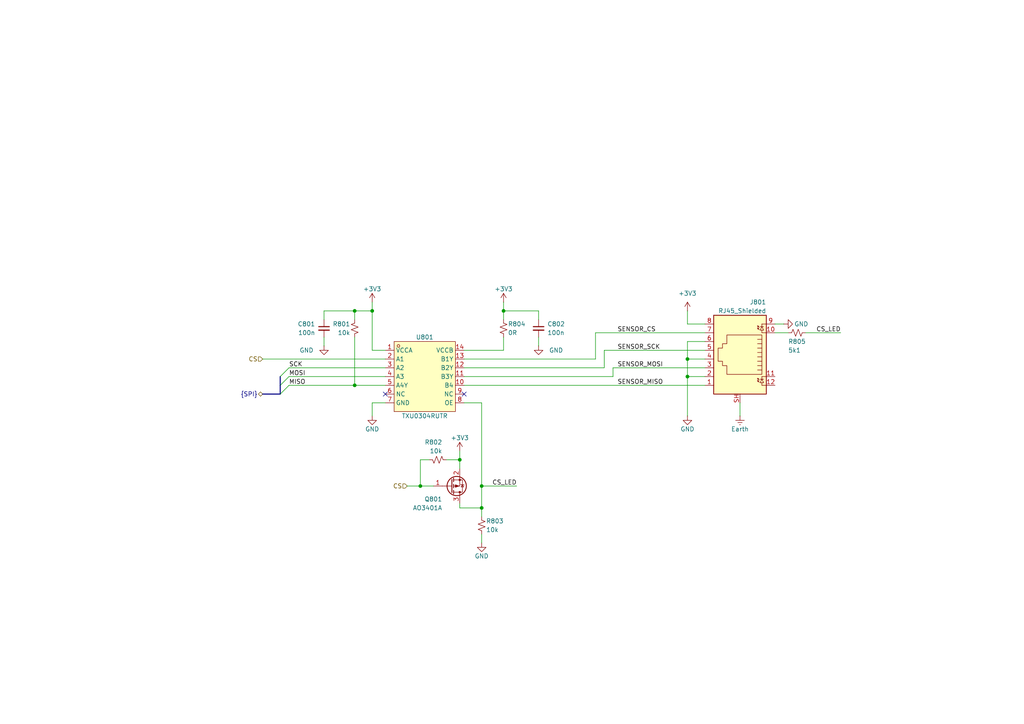
<source format=kicad_sch>
(kicad_sch (version 20250114) (generator "eeschema") (generator_version "9.0")
  (paper "A4")
  (lib_symbols
    (symbol "Connector:RJ45_LED_Shielded" (pin_names (offset 1.016))
      (property "Reference" "J" (at -5.08 13.97 0))
      (property "Value" "RJ45_LED_Shielded" (at 1.27 13.97 0))
      (symbol "RJ45_LED_Shielded_0_1"
        (polyline (pts (xy -7.62 10.16) (xy -6.35 10.16)))
        (polyline (pts (xy -7.62 7.62) (xy -6.35 7.62)))
        (polyline (pts (xy -7.62 -5.08) (xy -6.35 -5.08)))
        (polyline (pts (xy -7.62 -7.62) (xy -6.35 -7.62)))
        (polyline (pts (xy -6.858 9.398) (xy -5.842 9.398)))
        (polyline (pts (xy -6.858 -5.842) (xy -5.842 -5.842)))
        (polyline (pts (xy -6.35 10.16) (xy -6.35 9.398)))
        (polyline (pts (xy -6.35 9.398) (xy -6.858 8.382) (xy -5.842 8.382) (xy -6.35 9.398)))
        (polyline (pts (xy -6.35 7.62) (xy -6.35 8.382)))
        (polyline (pts (xy -6.35 1.905) (xy -5.08 1.905) (xy -5.08 1.905)))
        (polyline (pts (xy -6.35 0.635) (xy -5.08 0.635) (xy -5.08 0.635)))
        (polyline (pts (xy -6.35 -0.635) (xy -5.08 -0.635) (xy -5.08 -0.635)))
        (polyline (pts (xy -6.35 -1.905) (xy -5.08 -1.905) (xy -5.08 -1.905)))
        (polyline (pts (xy -6.35 -3.175) (xy -5.08 -3.175) (xy -5.08 -3.175)))
        (polyline (pts (xy -6.35 -4.445) (xy -6.35 6.985) (xy 3.81 6.985) (xy 3.81 4.445) (xy 5.08 4.445) (xy 5.08 3.175) (xy 6.35 3.175) (xy 6.35 -0.635) (xy 5.08 -0.635) (xy 5.08 -1.905) (xy 3.81 -1.905) (xy 3.81 -4.445) (xy -6.35 -4.445) (xy -6.35 -4.445)))
        (polyline (pts (xy -6.35 -5.08) (xy -6.35 -5.842)))
        (polyline (pts (xy -6.35 -5.842) (xy -6.858 -6.858) (xy -5.842 -6.858) (xy -6.35 -5.842)))
        (polyline (pts (xy -6.35 -7.62) (xy -6.35 -6.858)))
        (polyline (pts (xy -5.588 9.144) (xy -5.08 9.652) (xy -5.461 9.525)))
        (polyline (pts (xy -5.588 8.509) (xy -5.08 9.017) (xy -5.461 8.89)))
        (polyline (pts (xy -5.588 -6.096) (xy -5.08 -5.588) (xy -5.461 -5.715)))
        (polyline (pts (xy -5.588 -6.731) (xy -5.08 -6.223) (xy -5.461 -6.35)))
        (polyline (pts (xy -5.08 9.652) (xy -5.207 9.271)))
        (polyline (pts (xy -5.08 9.017) (xy -5.207 8.636)))
        (polyline (pts (xy -5.08 5.715) (xy -6.35 5.715)))
        (polyline (pts (xy -5.08 4.445) (xy -6.35 4.445)))
        (polyline (pts (xy -5.08 3.175) (xy -6.35 3.175) (xy -6.35 3.175)))
        (polyline (pts (xy -5.08 -5.588) (xy -5.207 -5.969)))
        (polyline (pts (xy -5.08 -6.223) (xy -5.207 -6.604)))
        (rectangle (start 7.62 12.7) (end -7.62 -10.16) (stroke (width 0.254)) (fill (type background)))
      )
      (symbol "RJ45_LED_Shielded_1_1"
        (pin passive line (at -10.16 10.16 0) (length 2.54) (name "~") (number "9"))
        (pin passive line (at -10.16 7.62 0) (length 2.54) (name "~") (number "10"))
        (pin passive line (at -10.16 -5.08 0) (length 2.54) (name "~") (number "11"))
        (pin passive line (at -10.16 -7.62 0) (length 2.54) (name "~") (number "12"))
        (pin passive line (at 0 -12.7 90) (length 2.54) (name "~") (number "SH"))
        (pin passive line (at 10.16 10.16 180) (length 2.54) (name "~") (number "8"))
        (pin passive line (at 10.16 7.62 180) (length 2.54) (name "~") (number "7"))
        (pin passive line (at 10.16 5.08 180) (length 2.54) (name "~") (number "6"))
        (pin passive line (at 10.16 2.54 180) (length 2.54) (name "~") (number "5"))
        (pin passive line (at 10.16 0 180) (length 2.54) (name "~") (number "4"))
        (pin passive line (at 10.16 -2.54 180) (length 2.54) (name "~") (number "3"))
        (pin passive line (at 10.16 -5.08 180) (length 2.54) (name "~") (number "2"))
        (pin passive line (at 10.16 -7.62 180) (length 2.54) (name "~") (number "1"))
      )
    )
    (symbol "Device:C_Small" (pin_numbers (hide yes)) (pin_names (offset 0.254) (hide yes))
      (property "Reference" "C" (at 0.254 1.778 0))
      (property "Value" "C_Small" (at 0.254 -2.032 0))
      (symbol "C_Small_0_1"
        (polyline (pts (xy -1.524 0.508) (xy 1.524 0.508)) (stroke (width 0.3048)))
        (polyline (pts (xy -1.524 -0.508) (xy 1.524 -0.508)) (stroke (width 0.3302)))
      )
      (symbol "C_Small_1_1"
        (pin passive line (at 0 2.54 270) (length 2.032) (name "~") (number "1"))
        (pin passive line (at 0 -2.54 90) (length 2.032) (name "~") (number "2"))
      )
    )
    (symbol "Device:R_Small_US" (pin_numbers (hide yes)) (pin_names (offset 0.254) (hide yes))
      (property "Reference" "R" (at 0.762 0.508 0))
      (property "Value" "R_Small_US" (at 0.762 -1.016 0))
      (symbol "R_Small_US_1_1"
        (polyline (pts (xy 0 1.524) (xy 1.016 1.143) (xy 0 0.762) (xy -1.016 0.381) (xy 0 0)))
        (polyline (pts (xy 0 0) (xy 1.016 -0.381) (xy 0 -0.762) (xy -1.016 -1.143) (xy 0 -1.524)))
        (pin passive line (at 0 2.54 270) (length 1.016) (name "~") (number "1"))
        (pin passive line (at 0 -2.54 90) (length 1.016) (name "~") (number "2"))
      )
    )
    (symbol "Transistor_FET:AO3401A" (pin_names (hide yes))
      (property "Reference" "Q" (at 5.08 1.905 0))
      (property "Value" "AO3401A" (at 5.08 0 0))
      (symbol "AO3401A_0_1"
        (polyline (pts (xy 0.254 1.905) (xy 0.254 -1.905)) (stroke (width 0.254)))
        (polyline (pts (xy 0.254 0) (xy -2.54 0)))
        (polyline (pts (xy 0.762 2.286) (xy 0.762 1.27)) (stroke (width 0.254)))
        (polyline (pts (xy 0.762 1.778) (xy 3.302 1.778) (xy 3.302 -1.778) (xy 0.762 -1.778)))
        (polyline (pts (xy 0.762 0.508) (xy 0.762 -0.508)) (stroke (width 0.254)))
        (polyline (pts (xy 0.762 -1.27) (xy 0.762 -2.286)) (stroke (width 0.254)))
        (circle (center 1.651 0) (radius 2.794) (stroke (width 0.254)))
        (polyline (pts (xy 2.286 0) (xy 1.27 0.381) (xy 1.27 -0.381) (xy 2.286 0)) (fill (type outline)))
        (polyline (pts (xy 2.54 2.54) (xy 2.54 1.778)))
        (circle (center 2.54 1.778) (radius 0.254) (fill (type outline)))
        (circle (center 2.54 -1.778) (radius 0.254) (fill (type outline)))
        (polyline (pts (xy 2.54 -2.54) (xy 2.54 0) (xy 0.762 0)))
        (polyline (pts (xy 2.794 -0.508) (xy 2.921 -0.381) (xy 3.683 -0.381) (xy 3.81 -0.254)))
        (polyline (pts (xy 3.302 -0.381) (xy 2.921 0.254) (xy 3.683 0.254) (xy 3.302 -0.381)))
      )
      (symbol "AO3401A_1_1"
        (pin input line (at -5.08 0 0) (length 2.54) (name "G") (number "1"))
        (pin passive line (at 2.54 5.08 270) (length 2.54) (name "D") (number "3"))
        (pin passive line (at 2.54 -5.08 90) (length 2.54) (name "S") (number "2"))
      )
    )
    (symbol "easyeda2kicad:TXU0304PWR"
      (property "Reference" "U" (at 0 12.7 0))
      (property "Value" "TXU0304PWR" (at 0 -12.7 0))
      (symbol "TXU0304PWR_0_1"
        (rectangle (start -8.89 10.16) (end 8.89 -10.16) (fill (type background)))
        (circle (center -7.62 8.89) (radius 0.38))
        (pin unspecified line (at -11.43 7.62 0) (length 2.54) (name "VCCA") (number "1"))
        (pin unspecified line (at -11.43 5.08 0) (length 2.54) (name "A1") (number "2"))
        (pin unspecified line (at -11.43 2.54 0) (length 2.54) (name "A2") (number "3"))
        (pin unspecified line (at -11.43 0 0) (length 2.54) (name "A3") (number "4"))
        (pin unspecified line (at -11.43 -2.54 0) (length 2.54) (name "A4Y") (number "5"))
        (pin unspecified line (at -11.43 -5.08 0) (length 2.54) (name "NC") (number "6"))
        (pin unspecified line (at -11.43 -7.62 0) (length 2.54) (name "GND") (number "7"))
        (pin unspecified line (at 11.43 7.62 180) (length 2.54) (name "VCCB") (number "14"))
        (pin unspecified line (at 11.43 5.08 180) (length 2.54) (name "B1Y") (number "13"))
        (pin unspecified line (at 11.43 2.54 180) (length 2.54) (name "B2Y") (number "12"))
        (pin unspecified line (at 11.43 0 180) (length 2.54) (name "B3Y") (number "11"))
        (pin unspecified line (at 11.43 -2.54 180) (length 2.54) (name "B4") (number "10"))
        (pin unspecified line (at 11.43 -5.08 180) (length 2.54) (name "NC") (number "9"))
        (pin unspecified line (at 11.43 -7.62 180) (length 2.54) (name "OE") (number "8"))
      )
    )
    (symbol "power:+3V3" (power) (pin_numbers (hide yes)) (pin_names (offset 0) (hide yes))
      (property "Value" "+3V3" (at 0 3.556 0))
      (symbol "+3V3_0_1"
        (polyline (pts (xy -0.762 1.27) (xy 0 2.54)))
        (polyline (pts (xy 0 2.54) (xy 0.762 1.27)))
        (polyline (pts (xy 0 0) (xy 0 2.54)))
      )
      (symbol "+3V3_1_1"
        (pin power_in line (at 0 0 90) (length 0) (name "~") (number "1"))
      )
    )
    (symbol "power:Earth" (power) (pin_numbers (hide yes)) (pin_names (offset 0) (hide yes))
      (property "Value" "Earth" (at 0 -3.81 0))
      (symbol "Earth_0_1"
        (polyline (pts (xy -0.635 -1.905) (xy 0.635 -1.905)))
        (polyline (pts (xy -0.127 -2.54) (xy 0.127 -2.54)))
        (polyline (pts (xy 0 -1.27) (xy 0 0)))
        (polyline (pts (xy 1.27 -1.27) (xy -1.27 -1.27)))
      )
      (symbol "Earth_1_1"
        (pin power_in line (at 0 0 270) (length 0) (name "~") (number "1"))
      )
    )
    (symbol "power:GND" (power) (pin_numbers (hide yes)) (pin_names (offset 0) (hide yes))
      (property "Value" "GND" (at 0 -3.81 0))
      (symbol "GND_0_1"
        (polyline (pts (xy 0 0) (xy 0 -1.27) (xy 1.27 -1.27) (xy 0 -2.54) (xy -1.27 -1.27) (xy 0 -1.27)))
      )
      (symbol "GND_1_1"
        (pin power_in line (at 0 0 270) (length 0) (name "~") (number "1"))
      )
    )
  )
  (bus_alias "SPI" (members "MISO" "MOSI" "SCK"))
  (junction (at 199.39 104.14))
  (junction (at 139.7 147.32))
  (junction (at 107.95 90.17))
  (junction (at 102.87 90.17))
  (junction (at 199.39 109.22))
  (junction (at 102.87 111.76))
  (junction (at 146.05 90.17))
  (junction (at 139.7 140.97))
  (junction (at 133.35 133.35))
  (junction (at 121.92 140.97))
  (no_connect (at 111.76 114.3))
  (no_connect (at 134.62 114.3))
  (bus_entry (at 81.28 114.3) (size 2.54 -2.54))
  (bus_entry (at 81.28 111.76) (size 2.54 -2.54))
  (bus_entry (at 81.28 109.22) (size 2.54 -2.54))
  (wire (pts (xy 121.92 133.35) (xy 124.46 133.35)))
  (wire (pts (xy 199.39 93.98) (xy 204.47 93.98)))
  (wire (pts (xy 146.05 90.17) (xy 156.21 90.17)))
  (wire (pts (xy 177.8 109.22) (xy 177.8 106.68)))
  (wire (pts (xy 214.63 116.84) (xy 214.63 120.65)))
  (wire (pts (xy 199.39 99.06) (xy 199.39 104.14)))
  (wire (pts (xy 93.98 90.17) (xy 102.87 90.17)))
  (wire (pts (xy 93.98 92.71) (xy 93.98 90.17)))
  (wire (pts (xy 133.35 133.35) (xy 133.35 135.89)))
  (wire (pts (xy 139.7 116.84) (xy 134.62 116.84)))
  (wire (pts (xy 121.92 140.97) (xy 125.73 140.97)))
  (wire (pts (xy 177.8 106.68) (xy 204.47 106.68)))
  (wire (pts (xy 107.95 101.6) (xy 111.76 101.6)))
  (wire (pts (xy 175.26 106.68) (xy 175.26 101.6)))
  (wire (pts (xy 133.35 147.32) (xy 139.7 147.32)))
  (wire (pts (xy 76.2 104.14) (xy 111.76 104.14)))
  (wire (pts (xy 134.62 104.14) (xy 172.72 104.14)))
  (wire (pts (xy 134.62 109.22) (xy 177.8 109.22)))
  (wire (pts (xy 199.39 99.06) (xy 204.47 99.06)))
  (wire (pts (xy 172.72 96.52) (xy 204.47 96.52)))
  (wire (pts (xy 199.39 109.22) (xy 204.47 109.22)))
  (bus (pts (xy 81.28 109.22) (xy 81.28 111.76)))
  (wire (pts (xy 227.33 93.98) (xy 224.79 93.98)))
  (wire (pts (xy 199.39 93.98) (xy 199.39 90.17)))
  (wire (pts (xy 233.68 96.52) (xy 243.84 96.52)))
  (wire (pts (xy 107.95 90.17) (xy 107.95 101.6)))
  (wire (pts (xy 107.95 116.84) (xy 107.95 120.65)))
  (wire (pts (xy 129.54 133.35) (xy 133.35 133.35)))
  (wire (pts (xy 102.87 92.71) (xy 102.87 90.17)))
  (wire (pts (xy 121.92 140.97) (xy 121.92 133.35)))
  (wire (pts (xy 175.26 101.6) (xy 204.47 101.6)))
  (wire (pts (xy 139.7 154.94) (xy 139.7 157.48)))
  (bus (pts (xy 81.28 111.76) (xy 81.28 114.3)))
  (wire (pts (xy 107.95 87.63) (xy 107.95 90.17)))
  (wire (pts (xy 146.05 90.17) (xy 146.05 87.63)))
  (wire (pts (xy 199.39 104.14) (xy 204.47 104.14)))
  (wire (pts (xy 93.98 100.33) (xy 93.98 97.79)))
  (wire (pts (xy 149.86 140.97) (xy 139.7 140.97)))
  (wire (pts (xy 133.35 130.81) (xy 133.35 133.35)))
  (wire (pts (xy 139.7 140.97) (xy 139.7 116.84)))
  (wire (pts (xy 199.39 109.22) (xy 199.39 120.65)))
  (wire (pts (xy 83.82 109.22) (xy 111.76 109.22)))
  (wire (pts (xy 156.21 90.17) (xy 156.21 92.71)))
  (wire (pts (xy 111.76 116.84) (xy 107.95 116.84)))
  (wire (pts (xy 134.62 101.6) (xy 146.05 101.6)))
  (wire (pts (xy 133.35 147.32) (xy 133.35 146.05)))
  (wire (pts (xy 146.05 90.17) (xy 146.05 92.71)))
  (bus (pts (xy 76.2 114.3) (xy 81.28 114.3)))
  (wire (pts (xy 134.62 111.76) (xy 204.47 111.76)))
  (wire (pts (xy 146.05 101.6) (xy 146.05 97.79)))
  (wire (pts (xy 118.11 140.97) (xy 121.92 140.97)))
  (wire (pts (xy 102.87 90.17) (xy 107.95 90.17)))
  (wire (pts (xy 199.39 104.14) (xy 199.39 109.22)))
  (wire (pts (xy 102.87 111.76) (xy 111.76 111.76)))
  (wire (pts (xy 134.62 106.68) (xy 175.26 106.68)))
  (wire (pts (xy 139.7 147.32) (xy 139.7 149.86)))
  (wire (pts (xy 83.82 111.76) (xy 102.87 111.76)))
  (wire (pts (xy 83.82 106.68) (xy 111.76 106.68)))
  (wire (pts (xy 139.7 140.97) (xy 139.7 147.32)))
  (wire (pts (xy 102.87 111.76) (xy 102.87 97.79)))
  (wire (pts (xy 172.72 104.14) (xy 172.72 96.52)))
  (wire (pts (xy 224.79 96.52) (xy 228.6 96.52)))
  (wire (pts (xy 156.21 97.79) (xy 156.21 100.33)))
  (label "MISO" (at 83.82 111.76 0))
  (label "CS_LED" (at 243.84 96.52 180))
  (label "SCK" (at 83.82 106.68 0))
  (label "MOSI" (at 83.82 109.22 0))
  (label "CS_LED" (at 149.86 140.97 180))
  (label "SENSOR_SCK" (at 179.07 101.6 0))
  (label "SENSOR_MISO" (at 179.07 111.76 0))
  (label "SENSOR_MOSI" (at 179.07 106.68 0))
  (label "SENSOR_CS" (at 179.07 96.52 0))
  (hierarchical_label "{SPI}" (shape bidirectional) (at 76.2 114.3 180))
  (hierarchical_label "CS" (shape input) (at 76.2 104.14 180))
  (hierarchical_label "CS" (shape input) (at 118.11 140.97 180))
  (symbol (lib_id "Device:R_Small_US") (at 127 133.35 90) (mirror x) (unit 1)
    (property "Reference" "R502" (at 128.27 128.27 90) (effects (justify left)))
    (property "Value" "10k" (at 128.27 130.81 90) (effects (justify left)))
    (property "Footprint" "Resistor_SMD:R_0603_1608Metric" (effects (hide yes)))
    (property "Description" "Resistor, small US symbol" (effects (hide yes)))
    (instances (project "compass-controller" (path "" (reference "R802") (unit 1)) (path "" (reference "R602") (unit 1)) (path "" (reference "R502") (unit 1)) (path "" (reference "R702") (unit 1))))
  )
  (symbol (lib_id "power:GND") (at 156.21 100.33 0) (unit 1)
    (property "Reference" "#PWR0507" (effects (hide yes)))
    (property "Value" "GND" (at 161.29 101.6 0))
    (property "Description" "Power symbol creates a global label with name \"GND\" , ground" (effects (hide yes)))
    (instances (project "compass-controller" (path "" (reference "#PWR0807") (unit 1)) (path "" (reference "#PWR0607") (unit 1)) (path "" (reference "#PWR0507") (unit 1)) (path "" (reference "#PWR0707") (unit 1))))
  )
  (symbol (lib_id "Device:R_Small_US") (at 102.87 95.25 0) (mirror y) (unit 1)
    (property "Reference" "R501" (at 101.6 93.98 0) (effects (justify left)))
    (property "Value" "10k" (at 101.6 96.52 0) (effects (justify left)))
    (property "Footprint" "Resistor_SMD:R_0603_1608Metric" (effects (hide yes)))
    (property "Description" "Resistor, small US symbol" (effects (hide yes)))
    (instances (project "compass-controller" (path "" (reference "R801") (unit 1)) (path "" (reference "R601") (unit 1)) (path "" (reference "R501") (unit 1)) (path "" (reference "R701") (unit 1))))
  )
  (symbol (lib_id "Device:R_Small_US") (at 231.14 96.52 90) (unit 1)
    (property "Reference" "R505" (at 228.6 99.06 90) (effects (justify right)))
    (property "Value" "5k1" (at 228.6 101.6 90) (effects (justify right)))
    (property "Footprint" "Resistor_SMD:R_0603_1608Metric" (effects (hide yes)))
    (property "Description" "Resistor, small US symbol" (effects (hide yes)))
    (instances (project "compass-controller" (path "" (reference "R805") (unit 1)) (path "" (reference "R605") (unit 1)) (path "" (reference "R505") (unit 1)) (path "" (reference "R705") (unit 1))))
  )
  (symbol (lib_id "Device:R_Small_US") (at 146.05 95.25 0) (unit 1)
    (property "Reference" "R504" (at 147.32 93.98 0) (effects (justify left)))
    (property "Value" "0R" (at 147.32 96.52 0) (effects (justify left)))
    (property "Footprint" "Resistor_SMD:R_0603_1608Metric" (effects (hide yes)))
    (property "Description" "Resistor, small US symbol" (effects (hide yes)))
    (instances (project "compass-controller" (path "" (reference "R804") (unit 1)) (path "" (reference "R604") (unit 1)) (path "" (reference "R504") (unit 1)) (path "" (reference "R704") (unit 1))))
  )
  (symbol (lib_id "power:GND") (at 227.33 93.98 90) (unit 1)
    (property "Reference" "#PWR0511" (effects (hide yes)))
    (property "Value" "GND" (at 232.41 93.98 90))
    (property "Description" "Power symbol creates a global label with name \"GND\" , ground" (effects (hide yes)))
    (instances (project "compass-controller" (path "" (reference "#PWR0811") (unit 1)) (path "" (reference "#PWR0611") (unit 1)) (path "" (reference "#PWR0511") (unit 1)) (path "" (reference "#PWR0711") (unit 1))))
  )
  (symbol (lib_id "Transistor_FET:AO3401A") (at 130.81 140.97 0) (mirror x) (unit 1)
    (property "Reference" "Q501" (at 128.27 144.78 0) (effects (justify right)))
    (property "Value" "AO3401A" (at 128.27 147.32 0) (effects (justify right)))
    (property "Footprint" "Package_TO_SOT_SMD:SOT-23" (effects (hide yes)))
    (property "Datasheet" "http://www.aosmd.com/pdfs/datasheet/AO3401A.pdf" (effects (hide yes)))
    (property "Description" "-4.0A Id, -30V Vds, P-Channel MOSFET, SOT-23" (effects (hide yes)))
    (instances (project "compass-controller" (path "" (reference "Q801") (unit 1)) (path "" (reference "Q601") (unit 1)) (path "" (reference "Q501") (unit 1)) (path "" (reference "Q701") (unit 1))))
  )
  (symbol (lib_id "power:+3V3") (at 133.35 130.81 0) (unit 1)
    (property "Reference" "#PWR0504" (effects (hide yes)))
    (property "Value" "+3V3" (at 133.35 127 0))
    (property "Description" "Power symbol creates a global label with name \"+3V3\"" (effects (hide yes)))
    (instances (project "compass-controller" (path "" (reference "#PWR0804") (unit 1)) (path "" (reference "#PWR0604") (unit 1)) (path "" (reference "#PWR0504") (unit 1)) (path "" (reference "#PWR0704") (unit 1))))
  )
  (symbol (lib_id "Device:R_Small_US") (at 139.7 152.4 0) (unit 1)
    (property "Reference" "R503" (at 140.97 151.13 0) (effects (justify left)))
    (property "Value" "10k" (at 140.97 153.67 0) (effects (justify left)))
    (property "Footprint" "Resistor_SMD:R_0603_1608Metric" (effects (hide yes)))
    (property "Description" "Resistor, small US symbol" (effects (hide yes)))
    (instances (project "compass-controller" (path "" (reference "R803") (unit 1)) (path "" (reference "R603") (unit 1)) (path "" (reference "R503") (unit 1)) (path "" (reference "R703") (unit 1))))
  )
  (symbol (lib_id "power:+3V3") (at 107.95 87.63 0) (unit 1)
    (property "Reference" "#PWR0502" (effects (hide yes)))
    (property "Value" "+3V3" (at 107.95 83.82 0))
    (property "Description" "Power symbol creates a global label with name \"+3V3\"" (effects (hide yes)))
    (instances (project "compass-controller" (path "" (reference "#PWR0802") (unit 1)) (path "" (reference "#PWR0602") (unit 1)) (path "" (reference "#PWR0502") (unit 1)) (path "" (reference "#PWR0702") (unit 1))))
  )
  (symbol (lib_id "power:+3V3") (at 199.39 90.17 0) (unit 1)
    (property "Reference" "#PWR0508" (effects (hide yes)))
    (property "Value" "+3V3" (at 199.39 85.09 0))
    (property "Description" "Power symbol creates a global label with name \"+3V3\"" (effects (hide yes)))
    (instances (project "compass-controller" (path "" (reference "#PWR0808") (unit 1)) (path "" (reference "#PWR0608") (unit 1)) (path "" (reference "#PWR0508") (unit 1)) (path "" (reference "#PWR0708") (unit 1))))
  )
  (symbol (lib_id "power:+3V3") (at 146.05 87.63 0) (unit 1)
    (property "Reference" "#PWR0506" (effects (hide yes)))
    (property "Value" "+3V3" (at 146.05 83.82 0))
    (property "Description" "Power symbol creates a global label with name \"+3V3\"" (effects (hide yes)))
    (instances (project "compass-controller" (path "" (reference "#PWR0806") (unit 1)) (path "" (reference "#PWR0606") (unit 1)) (path "" (reference "#PWR0506") (unit 1)) (path "" (reference "#PWR0706") (unit 1))))
  )
  (symbol (lib_id "power:GND") (at 199.39 120.65 0) (unit 1)
    (property "Reference" "#PWR0509" (effects (hide yes)))
    (property "Value" "GND" (at 199.39 124.46 0))
    (property "Description" "Power symbol creates a global label with name \"GND\" , ground" (effects (hide yes)))
    (instances (project "compass-controller" (path "" (reference "#PWR0809") (unit 1)) (path "" (reference "#PWR0609") (unit 1)) (path "" (reference "#PWR0509") (unit 1)) (path "" (reference "#PWR0709") (unit 1))))
  )
  (symbol (lib_id "power:GND") (at 93.98 100.33 0) (unit 1)
    (property "Reference" "#PWR0501" (effects (hide yes)))
    (property "Value" "GND" (at 88.9 101.6 0))
    (property "Description" "Power symbol creates a global label with name \"GND\" , ground" (effects (hide yes)))
    (instances (project "compass-controller" (path "" (reference "#PWR0801") (unit 1)) (path "" (reference "#PWR0601") (unit 1)) (path "" (reference "#PWR0501") (unit 1)) (path "" (reference "#PWR0701") (unit 1))))
  )
  (symbol (lib_id "Device:C_Small") (at 93.98 95.25 0) (mirror y) (unit 1)
    (property "Reference" "C501" (at 91.44 93.98 0) (effects (justify left)))
    (property "Value" "100n" (at 91.44 96.52 0) (effects (justify left)))
    (property "Footprint" "Capacitor_SMD:C_0603_1608Metric" (effects (hide yes)))
    (property "Description" "Unpolarized capacitor, small symbol" (effects (hide yes)))
    (instances (project "compass-controller" (path "" (reference "C801") (unit 1)) (path "" (reference "C601") (unit 1)) (path "" (reference "C501") (unit 1)) (path "" (reference "C701") (unit 1))))
  )
  (symbol (lib_id "Device:C_Small") (at 156.21 95.25 0) (unit 1)
    (property "Reference" "C502" (at 158.75 93.98 0) (effects (justify left)))
    (property "Value" "100n" (at 158.75 96.52 0) (effects (justify left)))
    (property "Footprint" "Capacitor_SMD:C_0603_1608Metric" (effects (hide yes)))
    (property "Description" "Unpolarized capacitor, small symbol" (effects (hide yes)))
    (instances (project "" (path "" (reference "C802") (unit 1)) (path "" (reference "C602") (unit 1)) (path "" (reference "C502") (unit 1)) (path "" (reference "C702") (unit 1))))
  )
  (symbol (lib_id "power:Earth") (at 214.63 120.65 0) (unit 1)
    (property "Reference" "#PWR0510" (effects (hide yes)))
    (property "Value" "Earth" (at 214.63 124.46 0))
    (property "Description" "Power symbol creates a global label with name \"Earth\"" (effects (hide yes)))
    (instances (project "compass-controller" (path "" (reference "#PWR0810") (unit 1)) (path "" (reference "#PWR0610") (unit 1)) (path "" (reference "#PWR0510") (unit 1)) (path "" (reference "#PWR0710") (unit 1))))
  )
  (symbol (lib_id "Connector:RJ45_LED_Shielded") (at 214.63 104.14 0) (mirror y) (unit 1)
    (property "Reference" "J501" (at 222.25 87.63 0) (effects (justify left)))
    (property "Value" "RJ45_Shielded" (at 222.25 90.17 0) (effects (justify left)))
    (property "Footprint" "easyeda2kicad:RJ45-TH_HR915310A" (effects (hide yes)))
    (property "Description" "RJ connector, 8P8C (8 positions 8 connected), two LEDs, Shielded" (effects (hide yes)))
    (instances (project "compass-controller" (path "" (reference "J801") (unit 1)) (path "" (reference "J601") (unit 1)) (path "" (reference "J501") (unit 1)) (path "" (reference "J701") (unit 1))))
  )
  (symbol (lib_id "easyeda2kicad:TXU0304PWR") (at 123.19 109.22 0) (unit 1)
    (property "Reference" "U501" (at 123.19 97.79 0))
    (property "Value" "TXU0304RUTR" (at 123.19 120.65 0))
    (property "Footprint" "Package_SO:TSSOP-14_4.4x5mm_P0.65mm" (effects (hide yes)))
    (property "LCSC Part" "C4364118" (effects (hide yes)))
    (instances (project "compass-controller" (path "" (reference "U801") (unit 1)) (path "" (reference "U601") (unit 1)) (path "" (reference "U501") (unit 1)) (path "" (reference "U701") (unit 1))))
  )
  (symbol (lib_id "power:GND") (at 139.7 157.48 0) (unit 1)
    (property "Reference" "#PWR0505" (effects (hide yes)))
    (property "Value" "GND" (at 139.7 161.29 0))
    (property "Description" "Power symbol creates a global label with name \"GND\" , ground" (effects (hide yes)))
    (instances (project "compass-controller" (path "" (reference "#PWR0805") (unit 1)) (path "" (reference "#PWR0605") (unit 1)) (path "" (reference "#PWR0505") (unit 1)) (path "" (reference "#PWR0705") (unit 1))))
  )
  (symbol (lib_id "power:GND") (at 107.95 120.65 0) (unit 1)
    (property "Reference" "#PWR0503" (effects (hide yes)))
    (property "Value" "GND" (at 107.95 124.46 0))
    (property "Description" "Power symbol creates a global label with name \"GND\" , ground" (effects (hide yes)))
    (instances (project "compass-controller" (path "" (reference "#PWR0803") (unit 1)) (path "" (reference "#PWR0603") (unit 1)) (path "" (reference "#PWR0503") (unit 1)) (path "" (reference "#PWR0703") (unit 1))))
  )
)
</source>
